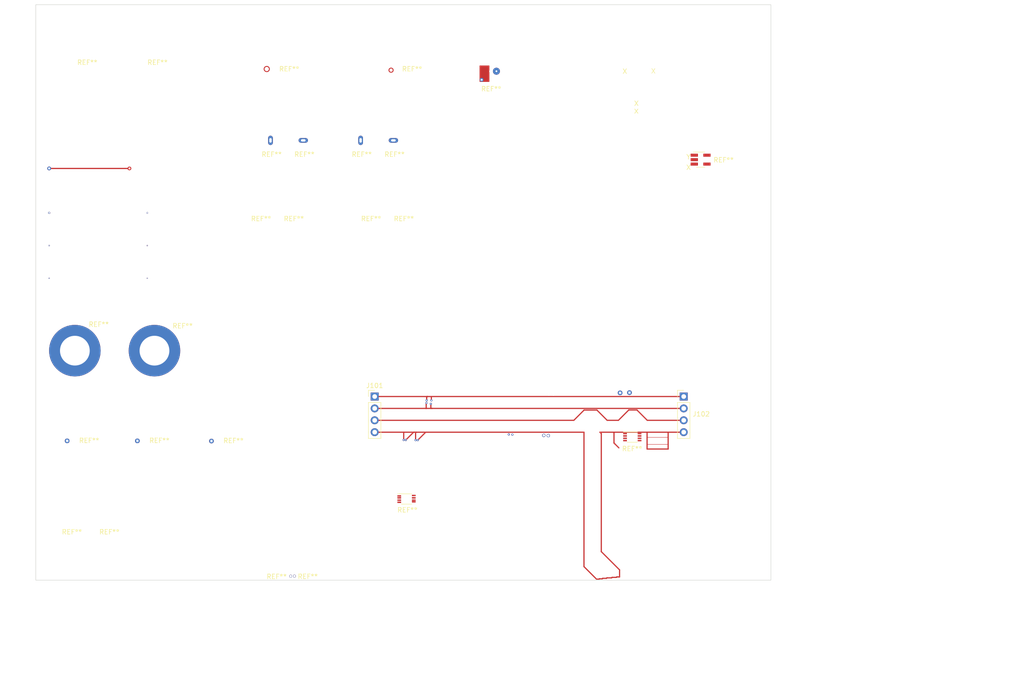
<source format=kicad_pcb>
(kicad_pcb (version 20221018) (generator pcbnew)
  (layers (0 "F.Cu" signal) (1 "In1.Cu" signal) (2 "In2.Cu" signal) (31 "B.Cu" signal) (34 "B.Paste" user) (35 "F.Paste" user) (36 "B.SilkS" user "B.Silkscreen") (37 "F.SilkS" user "F.Silkscreen") (38 "B.Mask" user) (39 "F.Mask" user) (44 "Edge.Cuts" user))
  (net 0 "")
  (net 1 "Net-(J101-Pin_1)")
  (net 2 "Net-(J101-Pin_2)")
  (net 3 "Net-(J101-Pin_3)")
  (net 4 "Net-(J101-Pin_4)")
  (footprint "MountingHole:MountingHole_2.2mm_M2_DIN965_Pad" (layer "F.Cu") (at 137.08529 111.10471)
    (fp_text reference "REF**" hide)
    (fp_text value "MountingHole_2.2mm_M2_DIN965_Pad")
    (pad "1" thru_hole circle (at 0 0) (size 0.7 0.7) (drill 0.5) (layers "*.Cu" "*.Mask") (net 3 "Net-(J101-Pin_3)"))
  )
  (footprint "MountingHole:MountingHole_2.2mm_M2_DIN965_Pad" (layer "F.Cu") (at 76.95 32.75)
    (fp_text reference "REF**" (at 4.8 0) (layer "F.SilkS"))
    (fp_text value "MountingHole_2.2mm_M2_DIN965_Pad")
    (pad "" np_thru_hole circle (at 0 0) (size 0.5 0.5) (drill 0.5) (layers "F&B.Cu" "*.Mask"))
    (pad "0" smd custom (at 0.55 0) (size 0.1 0.1) (layers "F.Cu" "F.Mask") (options (clearance outline) (anchor circle)) (primitives (gr_circle (center -0.55 0) (end 0.01 0) (width 0.2) (fill none))))
  )
  (footprint "MountingHole:MountingHole_2.2mm_M2_DIN965_Pad" (layer "F.Cu") (at 103.5 33)
    (fp_text reference "REF**" (at 4.5 -0.25) (layer "F.SilkS"))
    (fp_text value "MountingHole_2.2mm_M2_DIN965_Pad")
    (pad "" np_thru_hole circle (at 0 0) (size 0.5 0.5) (drill 0.5) (layers "F&B.Cu" "*.Mask"))
    (pad "0" smd custom (at 0.45 0) (size 0.1 0.1) (layers "F.Cu" "F.Mask") (options (clearance outline) (anchor circle)) (primitives (gr_circle (center -0.45 0) (end 0 0) (width 0.2) (fill none))))
  )
  (footprint "MountingHole:MountingHole_6.4mm_M6" (layer "F.Cu") (at 38.625 38.75)
    (fp_text reference "REF**" (at 0 -7.4) (layer "F.SilkS"))
    (fp_text value "MountingHole_6.4mm_M6")
    (pad "" np_thru_hole circle (at 0 0) (size 6.3 6.3) (drill 6.3) (layers "*.Cu" "*.Mask"))
  )
  (footprint "MountingHole:MountingHole_2.2mm_M2_DIN965_Pad" (layer "F.Cu") (at 152.41529 101.96471)
    (fp_text reference "REF**" hide)
    (fp_text value "MountingHole_2.2mm_M2_DIN965_Pad")
    (pad "1" thru_hole circle (at 0 0) (size 1 1) (drill 0.5) (layers "*.Cu" "*.Mask") (net 3 "Net-(J101-Pin_3)"))
  )
  (footprint "MountingHole:MountingHole_6.4mm_M6_DIN965_Pad" (layer "F.Cu") (at 35.97 92.945)
    (fp_text reference "REF**" (at 5.105 -5.61) (layer "F.SilkS"))
    (fp_text value "MountingHole_6.4mm_M6_DIN965_Pad")
    (pad "1" thru_hole circle (at 0 0) (size 11 11) (drill 6.35) (layers "*.Cu" "*.Mask") (net 3 "Net-(J101-Pin_3)"))
  )
  (footprint "Connector_PinHeader_2.54mm:PinHeader_1x04_P2.54mm_Vertical" (layer "F.Cu") (at 100 102.75)
    (fp_text reference "J101" (at 0 -2.33) (layer "F.SilkS"))
    (fp_text value "Conn_01x04")
    (fp_line (start -1.33 -1.33) (end 0 -1.33) (stroke (width 0.12)) (layer "F.SilkS"))
    (fp_line (start -1.33 0) (end -1.33 -1.33) (stroke (width 0.12)) (layer "F.SilkS"))
    (fp_line (start -1.33 1.27) (end -1.33 8.95) (stroke (width 0.12)) (layer "F.SilkS"))
    (fp_line (start -1.33 1.27) (end 1.33 1.27) (stroke (width 0.12)) (layer "F.SilkS"))
    (fp_line (start -1.33 8.95) (end 1.33 8.95) (stroke (width 0.12)) (layer "F.SilkS"))
    (fp_line (start 1.33 1.27) (end 1.33 8.95) (stroke (width 0.12)) (layer "F.SilkS"))
    (pad "1" thru_hole rect (at 0 0) (size 1.7 1.7) (drill 1) (layers "*.Cu" "*.Mask") (net 1 "Net-(J101-Pin_1)"))
    (pad "2" thru_hole oval (at 0 2.54) (size 1.7 1.7) (drill 1) (layers "*.Cu" "*.Mask") (net 2 "Net-(J101-Pin_2)"))
    (pad "3" thru_hole oval (at 0 5.08) (size 1.7 1.7) (drill 1) (layers "*.Cu" "*.Mask") (net 3 "Net-(J101-Pin_3)"))
    (pad "4" thru_hole oval (at 0 7.62) (size 1.7 1.7) (drill 1) (layers "*.Cu" "*.Mask") (net 4 "Net-(J101-Pin_4)"))
  )
  (footprint "MountingHole:MountingHole_2.2mm_M2_DIN965_Pad" (layer "F.Cu") (at 65.14 112.265)
    (fp_text reference "REF**" (at 4.705 -0.07) (layer "F.SilkS"))
    (fp_text value "MountingHole_2.2mm_M2_DIN965_Pad")
    (pad "1" thru_hole circle (at 0 0) (size 0.99 0.99) (drill 0.5) (layers "*.Cu" "*.Mask"))
  )
  (footprint "Package_SO:VSSOP-8_2.3x2mm_P0.5mm" (layer "F.Cu") (at 106.8 124.65)
    (fp_text reference "REF**" (at 0.2 2.35) (layer "F.SilkS"))
    (fp_text value "VSSOP-8_2.3x2mm_P0.5mm")
    (fp_line (start 1.1 -1.1) (end -1.9 -1.1) (stroke (width 0.12)) (layer "F.SilkS"))
    (fp_line (start 1.1 1.1) (end -1.1 1.1) (stroke (width 0.12)) (layer "F.SilkS"))
    (pad "1" smd rect (at -1.55 -0.65 270) (size 0.3 0.8) (layers "F.Cu" "F.Paste" "F.Mask"))
    (pad "2" smd rect (at -1.55 -0.25 270) (size 0.3 0.8) (layers "F.Cu" "F.Paste" "F.Mask"))
    (pad "3" smd rect (at -1.55 0.25 270) (size 0.3 0.8) (layers "F.Cu" "F.Paste" "F.Mask"))
    (pad "4" smd rect (at -1.55 0.7 270) (size 0.3 0.8) (layers "F.Cu" "F.Paste" "F.Mask"))
    (pad "5" smd rect (at 1.55 0.25 270) (size 0.3 0.8) (layers "F.Cu" "F.Paste" "F.Mask"))
    (pad "5" smd rect (at 1.55 0.6 270) (size 0.3 0.8) (layers "F.Cu" "F.Paste" "F.Mask"))
    (pad "7" smd rect (at 1.55 -0.25 270) (size 0.3 0.8) (layers "F.Cu" "F.Paste" "F.Mask"))
    (pad "8" smd rect (at 1.55 -0.75 270) (size 0.3 0.8) (layers "F.Cu" "F.Paste" "F.Mask"))
  )
  (footprint "MountingHole:MountingHole_2.2mm_M2" (layer "F.Cu") (at 43.345 127.945)
    (fp_text reference "REF**" (at 0 3.75) (layer "F.SilkS"))
    (fp_text value "MountingHole_2.2mm_M2")
    (pad "" np_thru_hole circle (at 0 0) (size 0.49 0.49) (drill 0.49) (layers "*.Cu" "*.Mask"))
  )
  (footprint "MountingHole:MountingHole_2.2mm_M2_DIN965_Pad" (layer "F.Cu") (at 82.75 61.5)
    (fp_text reference "REF**" (at 0 3.25) (layer "F.SilkS"))
    (fp_text value "MountingHole_2.2mm_M2_DIN965_Pad")
    (pad "" np_thru_hole oval (at 0 0) (size 2 1) (drill oval 2 1) (layers "F&B.Cu" "*.Mask"))
  )
  (footprint "Package_TO_SOT_SMD:SOT-23-5_HandSoldering" (layer "F.Cu") (at 169.61 52.12)
    (fp_text reference "REF**" (at 4.91 0.08) (layer "F.SilkS"))
    (fp_text value "SOT-23-5_HandSoldering")
    (fp_line (start -0.9 1.61) (end 0.9 1.61) (stroke (width 0.12)) (layer "F.SilkS"))
    (fp_line (start 0.9 -1.61) (end -1.55 -1.61) (stroke (width 0.12)) (layer "F.SilkS"))
    (pad "1" smd rect (at -1.35 -0.95) (size 1.56 0.65) (layers "F.Cu" "F.Paste" "F.Mask"))
    (pad "2" smd rect (at -1.35 0) (size 1.56 0.65) (layers "F.Cu" "F.Paste" "F.Mask"))
    (pad "3" smd rect (at -1.35 0.95) (size 1.56 0.65) (layers "F.Cu" "F.Paste" "F.Mask"))
    (pad "4" smd rect (at 1.35 0.95) (size 1.56 0.65) (layers "F.Cu" "F.Paste" "F.Mask"))
    (pad "5" smd rect (at 1.35 -0.95) (size 1.56 0.65) (layers "F.Cu" "F.Paste" "F.Mask"))
  )
  (footprint "MountingHole:MountingHole_2.2mm_M2_DIN965_Pad" (layer "F.Cu") (at 34.32 112.225)
    (fp_text reference "REF**" (at 4.705 -0.07) (layer "F.SilkS"))
    (fp_text value "MountingHole_2.2mm_M2_DIN965_Pad")
    (pad "1" thru_hole circle (at 0 0) (size 1 1) (drill 0.5) (layers "*.Cu" "*.Mask"))
  )
  (footprint "MountingHole:MountingHole_6.4mm_M6" (layer "F.Cu") (at 53.625 38.75)
    (fp_text reference "REF**" (at 0 -7.4) (layer "F.SilkS"))
    (fp_text value "MountingHole_6.4mm_M6")
    (pad "" np_thru_hole circle (at 0 0) (size 6.31 6.31) (drill 6.31) (layers "*.Cu" "*.Mask"))
  )
  (footprint "Package_SO:VSSOP-8_2.3x2mm_P0.5mm" (layer "F.Cu") (at 155.02 111.42)
    (fp_text reference "REF**" (at -0.02529 2.49529) (layer "F.SilkS"))
    (fp_text value "VSSOP-8_2.3x2mm_P0.5mm")
    (fp_line (start 1.1 -1.1) (end -1.9 -1.1) (stroke (width 0.12)) (layer "F.SilkS"))
    (fp_line (start 1.1 1.1) (end -1.1 1.1) (stroke (width 0.12)) (layer "F.SilkS"))
    (pad "1" smd rect (at -1.55 -0.75 270) (size 0.3 0.8) (layers "F.Cu" "F.Paste" "F.Mask"))
    (pad "2" smd rect (at -1.55 -0.25 270) (size 0.3 0.8) (layers "F.Cu" "F.Paste" "F.Mask"))
    (pad "3" smd rect (at -1.55 0.25 270) (size 0.3 0.8) (layers "F.Cu" "F.Paste" "F.Mask"))
    (pad "4" smd rect (at -1.55 0.75 270) (size 0.3 0.8) (layers "F.Cu" "F.Paste" "F.Mask"))
    (pad "5" smd rect (at 1.55 0.75 270) (size 0.3 0.8) (layers "F.Cu" "F.Paste" "F.Mask"))
    (pad "6" smd rect (at 1.55 0.25 270) (size 0.3 0.8) (layers "F.Cu" "F.Paste" "F.Mask"))
    (pad "7" smd rect (at 1.55 -0.25 270) (size 0.3 0.8) (layers "F.Cu" "F.Paste" "F.Mask"))
    (pad "8" smd rect (at 1.55 -0.75 270) (size 0.3 0.8) (layers "F.Cu" "F.Paste" "F.Mask"))
  )
  (footprint "MountingHole:MountingHole_2.2mm_M2" (layer "F.Cu") (at 138.17529 102.10471)
    (fp_text reference "REF**" hide)
    (fp_text value "MountingHole_2.2mm_M2")
    (pad "" np_thru_hole circle (at 0 0) (size 0.5 0.5) (drill 0.5) (layers "*.Cu" "*.Mask"))
  )
  (footprint "MountingHole:MountingHole_2.2mm_M2_DIN965_Pad" (layer "F.Cu") (at 136.10529 111.05471)
    (fp_text reference "REF**" hide)
    (fp_text value "MountingHole_2.2mm_M2_DIN965_Pad")
    (pad "1" thru_hole circle (at 0 0) (size 0.7 0.7) (drill 0.5) (layers "*.Cu" "*.Mask") (net 3 "Net-(J101-Pin_3)"))
  )
  (footprint "MountingHole:MountingHole_2.2mm_M2_DIN965_Pad" (layer "F.Cu") (at 97 48)
    (fp_text reference "REF**" (at 0.25 3) (layer "F.SilkS"))
    (fp_text value "MountingHole_2.2mm_M2_DIN965_Pad")
    (pad "1" thru_hole oval (at 0 0) (size 1 2) (drill oval 0.49 1) (layers "*.Cu" "*.Mask"))
  )
  (footprint "MountingHole:MountingHole_2.2mm_M2_DIN965_Pad" (layer "F.Cu") (at 106.25 61.5)
    (fp_text reference "REF**" (at 0 3.25) (layer "F.SilkS"))
    (fp_text value "MountingHole_2.2mm_M2_DIN965_Pad")
    (pad "" np_thru_hole oval (at 0 0) (size 2 0.99) (drill oval 2 0.99) (layers "F&B.Cu" "*.Mask"))
  )
  (footprint "MountingHole:MountingHole_6.4mm_M6_DIN965_Pad" (layer "F.Cu") (at 52.97 92.945)
    (fp_text reference "REF**" (at 6.015 -5.28) (layer "F.SilkS"))
    (fp_text value "MountingHole_6.4mm_M6_DIN965_Pad")
    (pad "1" thru_hole circle (at 0 0) (size 11 11) (drill 6.36) (layers "*.Cu" "*.Mask") (net 3 "Net-(J101-Pin_3)"))
  )
  (footprint "MountingHole:MountingHole_2.2mm_M2_DIN965_Pad" (layer "F.Cu") (at 82.06 141.14)
    (fp_text reference "REF**" (at -2.99 0.1) (layer "F.SilkS"))
    (fp_text value "MountingHole_2.2mm_M2_DIN965_Pad")
    (pad "1" thru_hole circle (at 0 0) (size 0.6 0.6) (drill 0.5) (layers "*.Cu" "*.Mask") (net 3 "Net-(J101-Pin_3)"))
  )
  (footprint "MountingHole:MountingHole_2.2mm_M2_DIN965_Pad" (layer "F.Cu") (at 49.32 112.225)
    (fp_text reference "REF**" (at 4.705 -0.07) (layer "F.SilkS"))
    (fp_text value "MountingHole_2.2mm_M2_DIN965_Pad")
    (pad "1" thru_hole circle (at 0 0) (size 1 1) (drill 0.49) (layers "*.Cu" "*.Mask"))
  )
  (footprint "MountingHole:MountingHole_2.2mm_M2_DIN965_Pad" (layer "F.Cu") (at 75.75 61.5)
    (fp_text reference "REF**" (at 0 3.25) (layer "F.SilkS"))
    (fp_text value "MountingHole_2.2mm_M2_DIN965_Pad")
    (pad "" np_thru_hole oval (at 0 0) (size 1 2) (drill oval 1 2) (layers "F&B.Cu" "*.Mask"))
  )
  (footprint "MountingHole:MountingHole_2.2mm_M2_DIN965_Pad" (layer "F.Cu") (at 104 48)
    (fp_text reference "REF**" (at 0.25 3) (layer "F.SilkS"))
    (fp_text value "MountingHole_2.2mm_M2_DIN965_Pad")
    (pad "1" thru_hole oval (at 0 0) (size 2 1) (drill oval 1 0.49) (layers "*.Cu" "*.Mask"))
  )
  (footprint "MountingHole:MountingHole_2.2mm_M2" (layer "F.Cu") (at 137.17529 102.12471)
    (fp_text reference "REF**" hide)
    (fp_text value "MountingHole_2.2mm_M2")
    (pad "" np_thru_hole circle (at 0 0) (size 0.5 0.5) (drill 0.5) (layers "*.Cu" "*.Mask"))
  )
  (footprint "MountingHole:MountingHole_2.2mm_M2_DIN965_Pad" (layer "F.Cu") (at 154.41529 101.91471)
    (fp_text reference "REF**" hide)
    (fp_text value "MountingHole_2.2mm_M2_DIN965_Pad")
    (pad "1" thru_hole circle (at 0 0) (size 1 1) (drill 0.5) (layers "*.Cu" "*.Mask") (net 3 "Net-(J101-Pin_3)"))
  )
  (footprint "Connector_PinHeader_2.54mm:PinHeader_1x04_P2.54mm_Vertical" (layer "F.Cu") (at 166 102.75)
    (fp_text reference "J102" (at 3.75 3.75) (layer "F.SilkS"))
    (fp_text value "Conn_01x04")
    (fp_line (start -1.33 -1.33) (end 0 -1.33) (stroke (width 0.12)) (layer "F.SilkS"))
    (fp_line (start -1.33 0) (end -1.33 -1.33) (stroke (width 0.12)) (layer "F.SilkS"))
    (fp_line (start -1.33 1.27) (end -1.33 8.95) (stroke (width 0.12)) (layer "F.SilkS"))
    (fp_line (start -1.33 1.27) (end 1.33 1.27) (stroke (width 0.12)) (layer "F.SilkS"))
    (fp_line (start -1.33 8.95) (end 1.33 8.95) (stroke (width 0.12)) (layer "F.SilkS"))
    (fp_line (start 1.33 1.27) (end 1.33 8.95) (stroke (width 0.12)) (layer "F.SilkS"))
    (pad "1" thru_hole rect (at 0 0) (size 1.7 1.7) (drill 1) (layers "*.Cu" "*.Mask") (net 1 "Net-(J101-Pin_1)"))
    (pad "2" thru_hole oval (at 0 2.54) (size 1.7 1.7) (drill 1) (layers "*.Cu" "*.Mask") (net 2 "Net-(J101-Pin_2)"))
    (pad "3" thru_hole oval (at 0 5.08) (size 1.7 1.7) (drill 1) (layers "*.Cu" "*.Mask") (net 3 "Net-(J101-Pin_3)"))
    (pad "4" thru_hole oval (at 0 7.62) (size 1.7 1.7) (drill 1) (layers "*.Cu" "*.Mask") (net 4 "Net-(J101-Pin_4)"))
  )
  (footprint "MountingHole:MountingHole_2.2mm_M2_DIN965_Pad" (layer "F.Cu") (at 99.25 61.5)
    (fp_text reference "REF**" (at 0 3.25) (layer "F.SilkS"))
    (fp_text value "MountingHole_2.2mm_M2_DIN965_Pad")
    (pad "" np_thru_hole oval (at 0 0) (size 0.99 2) (drill oval 0.99 2) (layers "F&B.Cu" "*.Mask"))
  )
  (footprint "MountingHole:MountingHole_2.2mm_M2_DIN965_Pad" (layer "F.Cu") (at 124.9 33.25)
    (fp_text reference "REF**" (at 0 3.75) (layer "F.SilkS"))
    (fp_text value "MountingHole_2.2mm_M2_DIN965_Pad")
    (pad "" np_thru_hole circle (at 0 0) (size 0.5 0.5) (drill 0.5) (layers "F&B.Cu" "*.Mask"))
  )
  (footprint "MountingHole:MountingHole_2.2mm_M2_DIN965_Pad" (layer "F.Cu") (at 84.75 48)
    (fp_text reference "REF**" (at 0.25 3) (layer "F.SilkS"))
    (fp_text value "MountingHole_2.2mm_M2_DIN965_Pad")
    (pad "1" thru_hole oval (at 0 0) (size 2 1) (drill oval 1 0.5) (layers "*.Cu" "*.Mask"))
  )
  (footprint "MountingHole:MountingHole_2.2mm_M2_DIN965_Pad" (layer "F.Cu") (at 82.86 141.13)
    (fp_text reference "REF**" (at 2.86 0.08) (layer "F.SilkS"))
    (fp_text value "MountingHole_2.2mm_M2_DIN965_Pad")
    (pad "1" thru_hole circle (at 0 0) (size 0.6 0.6) (drill 0.5) (layers "*.Cu" "*.Mask") (net 4 "Net-(J101-Pin_4)"))
  )
  (footprint "MountingHole:MountingHole_2.2mm_M2" (layer "F.Cu") (at 35.345 127.945)
    (fp_text reference "REF**" (at 0 3.75) (layer "F.SilkS"))
    (fp_text value "MountingHole_2.2mm_M2")
    (pad "" np_thru_hole circle (at 0 0) (size 0.5 0.5) (drill 0.5) (layers "*.Cu" "*.Mask"))
  )
  (footprint "MountingHole:MountingHole_2.2mm_M2_DIN965_Pad" (layer "F.Cu") (at 77.75 48)
    (fp_text reference "REF**" (at 0.25 3) (layer "F.SilkS"))
    (fp_text value "MountingHole_2.2mm_M2_DIN965_Pad")
    (pad "1" thru_hole oval (at 0 0) (size 1 2) (drill oval 0.5 1) (layers "*.Cu" "*.Mask"))
  )
  (gr_rect (start 27.625 19) (end 184.625 142) (stroke (width 0.1)) (fill none) (layer "Edge.Cuts"))
  (gr_text "X" (at 158.96 33.78) (layer "F.SilkS") (effects (font (size 1 1) (thickness 0.127)) (justify left bottom)))
  (gr_text "X" (at 166.46 54.37) (layer "F.SilkS") (effects (font (size 1 1)) (justify left bottom)))
  (gr_text "X" (at 152.85 33.83) (layer "F.SilkS") (effects (font (size 1 1)) (justify left bottom)))
  (gr_text "X" (at 155.32 40.69) (layer "F.SilkS") (effects (font (size 1 1)) (justify left bottom)))
  (gr_text "X" (at 155.31 42.32) (layer "F.SilkS") (effects (font (size 0.9 1)) (justify left bottom)))
  (gr_text "Y" (at 166.49 52.12) (layer "F.SilkS") (effects (font (size 1 1)) (justify left bottom)))
  (segment (start 111.10529 103.321367) (end 111.107549 103.323626) (width 0.25) (layer "F.Cu") (net 1))
  (segment (start 111.10529 102.89471) (end 111.10529 103.321367) (width 0.25) (layer "F.Cu") (net 1))
  (segment (start 166 102.75) (end 111.25 102.75) (width 0.25) (layer "F.Cu") (net 1))
  (segment (start 112.10529 102.89471) (end 112.10529 103.573286) (width 0.25) (layer "F.Cu") (net 1))
  (segment (start 111.25 102.75) (end 100 102.75) (width 0.25) (layer "F.Cu") (net 1))
  (segment (start 111.25 102.75) (end 111.10529 102.89471) (width 0.25) (layer "F.Cu") (net 1))
  (via (at 111.10529 103.573286) (size 0.45) (drill 0.2) (layers "F.Cu" "B.Cu") (net 1))
  (via (at 112.10529 103.573286) (size 0.45) (drill 0.2) (layers "F.Cu" "B.Cu") (net 1))
  (segment (start 100 105.29) (end 111 105.29) (width 0.25) (layer "F.Cu") (net 2))
  (segment (start 112.25 105.29) (end 166 105.29) (width 0.25) (layer "F.Cu") (net 2))
  (segment (start 112 105.29) (end 112 104.32) (width 0.25) (layer "F.Cu") (net 2))
  (segment (start 111 105.29) (end 112.25 105.29) (width 0.25) (layer "F.Cu") (net 2))
  (segment (start 111 105.29) (end 111 104.17) (width 0.25) (layer "F.Cu") (net 2))
  (via (at 112 104.32) (size 0.45) (drill 0.2) (layers "F.Cu" "B.Cu") (net 2))
  (via (at 111.05 104.12) (size 0.45) (drill 0.2) (layers "F.Cu" "B.Cu") (net 2))
  (segment (start 154.24529 105.64471) (end 152.06 107.83) (width 0.25) (layer "F.Cu") (net 3))
  (segment (start 152.06 107.83) (end 149.65058 107.83) (width 0.25) (layer "F.Cu") (net 3))
  (segment (start 144.73058 105.63471) (end 142.53529 107.83) (width 0.25) (layer "F.Cu") (net 3))
  (segment (start 147.45529 105.63471) (end 144.73058 105.63471) (width 0.25) (layer "F.Cu") (net 3))
  (segment (start 166 107.83) (end 158.21529 107.83) (width 0.25) (layer "F.Cu") (net 3))
  (segment (start 156.03 105.62471) (end 154.24529 105.62471) (width 0.25) (layer "F.Cu") (net 3))
  (segment (start 47.625 54) (end 30.48 54) (width 0.25) (layer "F.Cu") (net 3))
  (segment (start 142.53529 107.83) (end 100 107.83) (width 0.25) (layer "F.Cu") (net 3))
  (segment (start 158.21529 107.83) (end 156.03 105.64471) (width 0.25) (layer "F.Cu") (net 3))
  (segment (start 149.65058 107.83) (end 147.45529 105.63471) (width 0.25) (layer "F.Cu") (net 3))
  (via (at 122.85 35.05) (size 0.8) (drill 0.4) (layers "F.Cu" "B.Cu") (net 3))
  (via blind (at 47.625 54) (size 0.8) (drill 0.4) (layers "F.Cu" "In1.Cu") (net 3))
  (via (at 128.643352 110.847947) (size 0.45) (drill 0.2) (layers "F.Cu" "B.Cu") (net 3))
  (via (at 51.435 63.5) (size 0.35) (drill 0.25) (layers "F.Cu" "B.Cu") (net 3))
  (via (at 30.48 70.485) (size 0.3) (drill 0.2) (layers "F.Cu" "B.Cu") (net 3))
  (via (at 129.40529 110.88471) (size 0.45) (drill 0.2) (layers "F.Cu" "B.Cu") (net 3))
  (via (at 30.48 63.5) (size 0.45) (drill 0.3) (layers "F.Cu" "B.Cu") (net 3))
  (via (at 51.435 70.485) (size 0.25) (drill 0.15) (layers "F.Cu" "B.Cu") (net 3))
  (via (at 126.00126 33.220578) (size 1.5) (drill 0.4) (layers "F.Cu" "B.Cu") (net 3))
  (via (at 30.48 54) (size 0.8) (drill 0.4) (layers "F.Cu" "B.Cu") (net 3))
  (via (at 51.435 77.47) (size 0.24) (drill 0.15) (layers "F.Cu" "B.Cu") (net 3))
  (via (at 30.48 77.47) (size 0.25) (drill 0.14) (layers "F.Cu" "B.Cu") (net 3))
  (segment (start 158.17529 112.96471) (end 162.67529 112.96471) (width 0.08636) (layer "F.Cu") (net 4))
  (segment (start 151.11 110.52) (end 151.09 110.5) (width 0.25) (layer "F.Cu") (net 4))
  (segment (start 106.2 110.37) (end 108.9 110.37) (width 0.25) (layer "F.Cu") (net 4))
  (segment (start 158.17529 110.37) (end 158.17529 111.46471) (width 0.25) (layer "F.Cu") (net 4))
  (segment (start 147.925 141.775) (end 148 141.7) (width 0.25) (layer "F.Cu") (net 4))
  (segment (start 150.7 141.4) (end 151.6 141.4) (width 0.25) (layer "F.Cu") (net 4))
  (segment (start 158.17529 112.96471) (end 158.17529 113.96471) (width 0.25) (layer "F.Cu") (net 4))
  (segment (start 110.852254 110.417745) (end 109.196843 112.073156) (width 0.25) (layer "F.Cu") (net 4))
  (segment (start 158.17529 110.37) (end 166 110.37) (width 0.25) (layer "F.Cu") (net 4))
  (segment (start 144.7 110.37) (end 144.7 139.1) (width 0.25) (layer "F.Cu") (net 4))
  (segment (start 151.6 141.4) (end 151.7 141.3) (width 0.25) (layer "F.Cu") (net 4))
  (segment (start 147.375 141.775) (end 147.925 141.775) (width 0.25) (layer "F.Cu") (net 4))
  (segment (start 148.4 135.9) (end 148.4 110.67) (width 0.25) (layer "F.Cu") (net 4))
  (segment (start 108.9 110.37) (end 108.315571 110.37) (width 0.25) (layer "F.Cu") (net 4))
  (segment (start 108.315571 110.37) (end 106.651062 112.034509) (width 0.25) (layer "F.Cu") (net 4))
  (segment (start 148.6 141.7) (end 148.7 141.6) (width 0.25) (layer "F.Cu") (net 4))
  (segment (start 148.7 141.6) (end 149.5 141.6) (width 0.25) (layer "F.Cu") (net 4))
  (segment (start 108.736683 110.417745) (end 108.736683 112.067745) (width 0.25) (layer "F.Cu") (net 4))
  (segment (start 152.3 139.8) (end 148.4 135.9) (width 0.25) (layer "F.Cu") (net 4))
  (segment (start 148.4 110.67) (end 148.1 110.37) (width 0.25) (layer "F.Cu") (net 4))
  (segment (start 162.67529 113.96471) (end 162.67529 110.46471) (width 0.25) (layer "F.Cu") (net 4))
  (segment (start 100 110.37) (end 106.2 110.37) (width 0.25) (layer "F.Cu") (net 4))
  (segment (start 149.5 141.6) (end 149.6 141.5) (width 0.25) (layer "F.Cu") (net 4))
  (segment (start 149.6 141.5) (end 150.6 141.5) (width 0.25) (layer "F.Cu") (net 4))
  (segment (start 151.11 112.68) (end 151.11 110.52) (width 0.25) (layer "F.Cu") (net 4))
  (segment (start 158.17529 111.46471) (end 162.67529 111.46471) (width 0.0889) (layer "F.Cu") (net 4))
  (segment (start 148.1 110.37) (end 158.17529 110.37) (width 0.25) (layer "F.Cu") (net 4))
  (segment (start 158.17529 111.46471) (end 158.17529 112.96471) (width 0.25) (layer "F.Cu") (net 4))
  (segment (start 152.3 141.3) (end 152.3 139.8) (width 0.25) (layer "F.Cu") (net 4))
  (segment (start 144.7 139.1) (end 147.375 141.775) (width 0.25) (layer "F.Cu") (net 4))
  (segment (start 106.2 110.37) (end 106.2 112.02) (width 0.25) (layer "F.Cu") (net 4))
  (segment (start 150.6 141.5) (end 150.7 141.4) (width 0.25) (layer "F.Cu") (net 4))
  (segment (start 151.7 141.3) (end 152.3 141.3) (width 0.25) (layer "F.Cu") (net 4))
  (segment (start 151.29 112.86) (end 151.11 112.68) (width 0.25) (layer "F.Cu") (net 4))
  (segment (start 152.15 113.72) (end 151.11 112.68) (width 0.25) (layer "F.Cu") (net 4))
  (segment (start 158.17529 113.96471) (end 162.67529 113.96471) (width 0.25) (layer "F.Cu") (net 4))
  (segment (start 108.9 110.37) (end 144.7 110.37) (width 0.25) (layer "F.Cu") (net 4))
  (segment (start 148 141.7) (end 148.6 141.7) (width 0.25) (layer "F.Cu") (net 4))
  (via (at 108.736683 112.067745) (size 0.45) (drill 0.2) (layers "F.Cu" "B.Cu") (net 4))
  (via (at 106.2 112.02) (size 0.45) (drill 0.2) (layers "F.Cu" "B.Cu") (net 4))
  (via (at 109.196843 112.073156) (size 0.45) (drill 0.2) (layers "F.Cu" "B.Cu") (net 4))
  (via (at 106.651062 112.034509) (size 0.45) (drill 0.2) (layers "F.Cu" "B.Cu") (net 4))
  (zone (net 3) (net_name "Net-(J101-Pin_3)") (layer "F.Cu") (priority 1) (connect_pads yes (clearance 0)) (min_thickness 0.1) (fill yes (thermal_gap 0.5) (thermal_bridge_width 0.5))
    (polygon (pts (xy 122.4 32) (xy 124.5 32) (xy 124.5 35.5) (xy 122.4 35.5)))
  )
)
</source>
